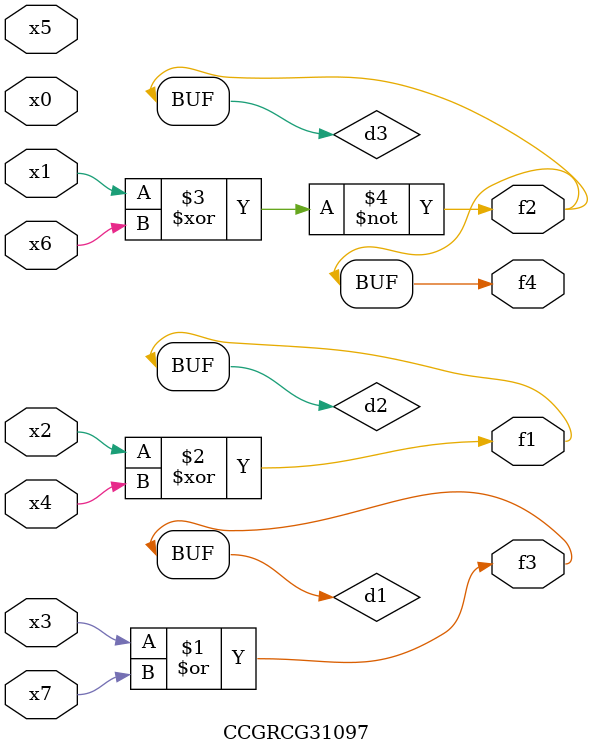
<source format=v>
module CCGRCG31097(
	input x0, x1, x2, x3, x4, x5, x6, x7,
	output f1, f2, f3, f4
);

	wire d1, d2, d3;

	or (d1, x3, x7);
	xor (d2, x2, x4);
	xnor (d3, x1, x6);
	assign f1 = d2;
	assign f2 = d3;
	assign f3 = d1;
	assign f4 = d3;
endmodule

</source>
